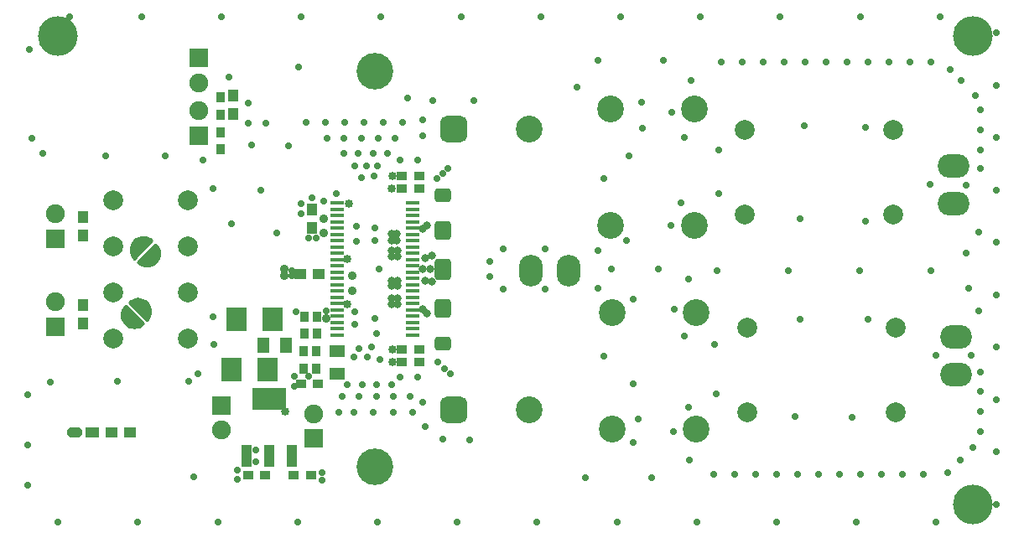
<source format=gts>
G04*
G04 #@! TF.GenerationSoftware,Altium Limited,Altium Designer,19.1.8 (144)*
G04*
G04 Layer_Color=8388736*
%FSLAX25Y25*%
%MOIN*%
G70*
G01*
G75*
%ADD10C,0.01000*%
%ADD18O,0.05512X0.01575*%
%ADD29C,0.04737*%
%ADD30R,0.05800X0.04300*%
G04:AMPARAMS|DCode=31|XSize=58mil|YSize=43mil|CornerRadius=0mil|HoleSize=0mil|Usage=FLASHONLY|Rotation=180.000|XOffset=0mil|YOffset=0mil|HoleType=Round|Shape=Octagon|*
%AMOCTAGOND31*
4,1,8,-0.02900,0.01075,-0.02900,-0.01075,-0.01825,-0.02150,0.01825,-0.02150,0.02900,-0.01075,0.02900,0.01075,0.01825,0.02150,-0.01825,0.02150,-0.02900,0.01075,0.0*
%
%ADD31OCTAGOND31*%

%ADD32R,0.03800X0.04300*%
%ADD33R,0.03950X0.04800*%
%ADD34R,0.04343X0.09068*%
%ADD35R,0.13398X0.09068*%
%ADD36R,0.04300X0.03800*%
%ADD37R,0.06300X0.04800*%
%ADD38R,0.04800X0.06300*%
%ADD39R,0.08300X0.09800*%
%ADD40R,0.04800X0.03950*%
G04:AMPARAMS|DCode=41|XSize=55.24mil|YSize=68mil|CornerRadius=15.81mil|HoleSize=0mil|Usage=FLASHONLY|Rotation=270.000|XOffset=0mil|YOffset=0mil|HoleType=Round|Shape=RoundedRectangle|*
%AMROUNDEDRECTD41*
21,1,0.05524,0.03638,0,0,270.0*
21,1,0.02362,0.06800,0,0,270.0*
1,1,0.03162,-0.01819,-0.01181*
1,1,0.03162,-0.01819,0.01181*
1,1,0.03162,0.01819,0.01181*
1,1,0.03162,0.01819,-0.01181*
%
%ADD41ROUNDEDRECTD41*%
%ADD42C,0.15761*%
%ADD43O,0.12611X0.09461*%
%ADD44C,0.07493*%
%ADD45R,0.07493X0.07493*%
%ADD46C,0.14580*%
%ADD47C,0.03162*%
%ADD48C,0.07887*%
%ADD49O,0.09461X0.12611*%
%ADD50C,0.10642*%
G04:AMPARAMS|DCode=51|XSize=106.42mil|YSize=106.42mil|CornerRadius=28.61mil|HoleSize=0mil|Usage=FLASHONLY|Rotation=270.000|XOffset=0mil|YOffset=0mil|HoleType=Round|Shape=RoundedRectangle|*
%AMROUNDEDRECTD51*
21,1,0.10642,0.04921,0,0,270.0*
21,1,0.04921,0.10642,0,0,270.0*
1,1,0.05721,-0.02461,-0.02461*
1,1,0.05721,-0.02461,0.02461*
1,1,0.05721,0.02461,0.02461*
1,1,0.05721,0.02461,-0.02461*
%
%ADD51ROUNDEDRECTD51*%
%ADD52C,0.02769*%
%ADD53C,0.03556*%
%ADD54C,0.03359*%
G36*
X52950Y-13964D02*
X53657Y-16086D01*
Y-17500D01*
X52950Y-19621D01*
X52243Y-20328D01*
X45172Y-13257D01*
X46939Y-12197D01*
X50475D01*
X52950Y-13964D01*
D02*
G37*
G36*
X50828Y-21743D02*
X50121Y-22450D01*
X48000Y-23157D01*
X46586D01*
X44464Y-22450D01*
X42697Y-19975D01*
Y-16439D01*
X43757Y-14672D01*
X50828Y-21743D01*
D02*
G37*
G36*
X54328Y11243D02*
X47257Y4172D01*
X46550Y4879D01*
X45843Y7000D01*
Y8414D01*
X46550Y10536D01*
X49025Y12303D01*
X52561D01*
X54328Y11243D01*
D02*
G37*
G36*
X56803Y8061D02*
Y4525D01*
X55036Y2050D01*
X52914Y1343D01*
X51500D01*
X49379Y2050D01*
X48672Y2757D01*
X55743Y9828D01*
X56803Y8061D01*
D02*
G37*
D10*
X54328Y11243D02*
X53571Y11864D01*
X52706Y12326D01*
X51768Y12611D01*
X50793Y12707D01*
X49817Y12611D01*
X48880Y12326D01*
X48015Y11864D01*
X47257Y11243D01*
X46635Y10485D01*
X46174Y9621D01*
X45889Y8683D01*
X45793Y7707D01*
X45889Y6732D01*
X46174Y5794D01*
X46635Y4929D01*
X47257Y4172D01*
X48672Y2757D02*
X49429Y2135D01*
X50294Y1674D01*
X51232Y1389D01*
X52207Y1293D01*
X53183Y1389D01*
X54120Y1674D01*
X54985Y2135D01*
X55743Y2757D01*
X56365Y3515D01*
X56827Y4380D01*
X57111Y5317D01*
X57207Y6293D01*
X57111Y7268D01*
X56827Y8206D01*
X56365Y9071D01*
X55743Y9828D01*
X43757Y-14672D02*
X43135Y-15429D01*
X42674Y-16294D01*
X42389Y-17232D01*
X42293Y-18207D01*
X42389Y-19183D01*
X42674Y-20121D01*
X43135Y-20985D01*
X43757Y-21743D01*
X44515Y-22365D01*
X45379Y-22827D01*
X46317Y-23111D01*
X47293Y-23207D01*
X48268Y-23111D01*
X49206Y-22827D01*
X50071Y-22365D01*
X50828Y-21743D01*
X52243Y-20328D02*
X52864Y-19571D01*
X53326Y-18706D01*
X53611Y-17768D01*
X53707Y-16793D01*
X53611Y-15817D01*
X53326Y-14879D01*
X52864Y-14015D01*
X52243Y-13257D01*
X51485Y-12636D01*
X50621Y-12173D01*
X49683Y-11889D01*
X48707Y-11793D01*
X47732Y-11889D01*
X46794Y-12173D01*
X45929Y-12636D01*
X45172Y-13257D01*
X47257Y4172D02*
X54328Y11243D01*
X48672Y2757D02*
X55743Y9828D01*
X43757Y-14672D02*
X50828Y-21743D01*
X45172Y-13257D02*
X52243Y-20328D01*
D18*
X158000Y26250D02*
D03*
Y23750D02*
D03*
Y21250D02*
D03*
Y18750D02*
D03*
Y16250D02*
D03*
Y13750D02*
D03*
Y11250D02*
D03*
Y8750D02*
D03*
Y6250D02*
D03*
Y3750D02*
D03*
Y1250D02*
D03*
Y-1250D02*
D03*
Y-3750D02*
D03*
Y-6250D02*
D03*
Y-8750D02*
D03*
Y-11250D02*
D03*
Y-13750D02*
D03*
Y-16250D02*
D03*
Y-18750D02*
D03*
Y-21250D02*
D03*
Y-23750D02*
D03*
Y-26250D02*
D03*
X128079D02*
D03*
Y-23750D02*
D03*
Y-21250D02*
D03*
Y-18750D02*
D03*
Y-16250D02*
D03*
Y-13750D02*
D03*
Y-11250D02*
D03*
Y-8750D02*
D03*
Y-6250D02*
D03*
Y-3750D02*
D03*
Y-1250D02*
D03*
Y1250D02*
D03*
Y3750D02*
D03*
Y6250D02*
D03*
Y8750D02*
D03*
Y11250D02*
D03*
Y13750D02*
D03*
Y16250D02*
D03*
Y18750D02*
D03*
Y21250D02*
D03*
Y23750D02*
D03*
Y26250D02*
D03*
D29*
X49025Y9475D02*
D03*
X53975Y4525D02*
D03*
X45525Y-19975D02*
D03*
X50475Y-15025D02*
D03*
D30*
X30500Y-65026D02*
D03*
D31*
X23499D02*
D03*
D32*
X81500Y54500D02*
D03*
Y47600D02*
D03*
Y61500D02*
D03*
Y68400D02*
D03*
X114500Y-39500D02*
D03*
Y-32600D02*
D03*
X119500Y-39500D02*
D03*
Y-32600D02*
D03*
X120000Y-18900D02*
D03*
Y-25800D02*
D03*
X115000Y-18900D02*
D03*
Y-25800D02*
D03*
D33*
X86500Y69150D02*
D03*
Y61850D02*
D03*
X118000Y23650D02*
D03*
Y16350D02*
D03*
X27000Y20650D02*
D03*
Y13350D02*
D03*
Y-14350D02*
D03*
Y-21650D02*
D03*
D34*
X91945Y-74221D02*
D03*
X101000D02*
D03*
X110055D02*
D03*
D35*
X101000Y-51780D02*
D03*
D36*
X117500Y-82000D02*
D03*
X110600D02*
D03*
X120400Y-45500D02*
D03*
X113500D02*
D03*
X99400Y-82000D02*
D03*
X92500D02*
D03*
X153600Y-32000D02*
D03*
X160500D02*
D03*
X153600Y-37000D02*
D03*
X160500D02*
D03*
X153600Y37000D02*
D03*
X160500D02*
D03*
X153600Y32000D02*
D03*
X160500D02*
D03*
D37*
X128000Y-32500D02*
D03*
Y-41500D02*
D03*
D38*
X98500Y-30250D02*
D03*
X107500D02*
D03*
D39*
X85914Y-39999D02*
D03*
X100087D02*
D03*
X87914Y-19999D02*
D03*
X102087D02*
D03*
D40*
X45650Y-65000D02*
D03*
X38350D02*
D03*
X113350Y-2000D02*
D03*
X120650D02*
D03*
D41*
X170000Y29500D02*
D03*
Y16500D02*
D03*
X170000Y1500D02*
D03*
Y14500D02*
D03*
X170000Y-1500D02*
D03*
Y-14500D02*
D03*
X170000Y-29500D02*
D03*
Y-16500D02*
D03*
D42*
X380500Y-93500D02*
D03*
Y92520D02*
D03*
X17000D02*
D03*
D43*
X373000Y26000D02*
D03*
Y41000D02*
D03*
X374045Y-42000D02*
D03*
Y-27000D02*
D03*
D44*
X16000Y22000D02*
D03*
Y-13000D02*
D03*
X73000Y74000D02*
D03*
X118500Y-57579D02*
D03*
X82000Y-64000D02*
D03*
X73000Y63000D02*
D03*
D45*
X16000Y12000D02*
D03*
Y-23000D02*
D03*
X73000Y84000D02*
D03*
X118500Y-67421D02*
D03*
X82000Y-54158D02*
D03*
X73000Y53000D02*
D03*
D46*
X143039Y78740D02*
D03*
Y-78740D02*
D03*
D47*
X165000Y0D02*
D03*
X162000D02*
D03*
X165500Y5500D02*
D03*
X163000Y4500D02*
D03*
X152000Y5000D02*
D03*
X149500D02*
D03*
X152000Y7500D02*
D03*
X149500D02*
D03*
X162000Y16000D02*
D03*
X163500Y17500D02*
D03*
X151500Y14000D02*
D03*
X149500D02*
D03*
X151500Y11500D02*
D03*
X149500D02*
D03*
X165500Y-5000D02*
D03*
X163000Y-4500D02*
D03*
X152000Y-6500D02*
D03*
X149500D02*
D03*
X152000Y-4500D02*
D03*
X149500D02*
D03*
X163500Y-17500D02*
D03*
X162000Y-16000D02*
D03*
X152000Y-14000D02*
D03*
X149500D02*
D03*
X152000Y-11500D02*
D03*
X149500D02*
D03*
D48*
X39000Y-27500D02*
D03*
X68528D02*
D03*
X39000Y-9167D02*
D03*
X68528D02*
D03*
X39000Y9167D02*
D03*
X68528D02*
D03*
X39000Y27500D02*
D03*
X68528D02*
D03*
X350027Y-57000D02*
D03*
X290972D02*
D03*
X350027Y-23333D02*
D03*
X290972D02*
D03*
X349027Y21833D02*
D03*
X289972D02*
D03*
X349027Y55500D02*
D03*
X289972D02*
D03*
D49*
X205000Y-500D02*
D03*
X220000D02*
D03*
D50*
X236535Y63728D02*
D03*
X270000D02*
D03*
X236535Y17272D02*
D03*
X270000D02*
D03*
X237268Y-17272D02*
D03*
X270732D02*
D03*
X237268Y-63728D02*
D03*
X270732D02*
D03*
X204111Y55811D02*
D03*
Y-56111D02*
D03*
D51*
X174189Y55811D02*
D03*
Y-56111D02*
D03*
D52*
X88400Y-83500D02*
D03*
Y-80000D02*
D03*
X121900Y-84000D02*
D03*
Y-81000D02*
D03*
X112500Y80500D02*
D03*
X231500Y83000D02*
D03*
X253000Y-83000D02*
D03*
X226500D02*
D03*
X83500Y-37000D02*
D03*
Y-43000D02*
D03*
X128500Y-57000D02*
D03*
X162000Y-53000D02*
D03*
X157800Y-57000D02*
D03*
X136750Y-50500D02*
D03*
X157000D02*
D03*
X150250D02*
D03*
X142400Y-57000D02*
D03*
X143500Y-50500D02*
D03*
X150100Y-57000D02*
D03*
X134700D02*
D03*
X130000Y-50500D02*
D03*
X71000Y-82500D02*
D03*
X132000Y-46000D02*
D03*
X141500Y-31000D02*
D03*
X145000Y-36000D02*
D03*
X136500Y-31500D02*
D03*
X143667Y-46000D02*
D03*
X140000Y-35000D02*
D03*
X149500Y-46000D02*
D03*
X137833D02*
D03*
X134500Y-35000D02*
D03*
X151000Y52000D02*
D03*
X146300Y58500D02*
D03*
X130900D02*
D03*
X144000Y41000D02*
D03*
X137500Y52000D02*
D03*
X138600Y58500D02*
D03*
X130750Y52000D02*
D03*
X124000D02*
D03*
X144250D02*
D03*
X154000Y58500D02*
D03*
X123200D02*
D03*
X142167Y46000D02*
D03*
X130500D02*
D03*
X156000Y68000D02*
D03*
X148000Y46000D02*
D03*
X139500Y41000D02*
D03*
X136333Y46000D02*
D03*
X142500Y37000D02*
D03*
X115500Y58500D02*
D03*
X135000Y41000D02*
D03*
X137500Y36500D02*
D03*
X92500Y66000D02*
D03*
X85000Y76500D02*
D03*
X92500Y58000D02*
D03*
X94000Y49500D02*
D03*
X108500Y49000D02*
D03*
X113500Y22000D02*
D03*
Y26000D02*
D03*
X118000Y28500D02*
D03*
X122500Y27000D02*
D03*
X127500Y30000D02*
D03*
X99500Y58000D02*
D03*
X110000Y-500D02*
D03*
X338000Y56500D02*
D03*
Y19000D02*
D03*
X339000Y-20000D02*
D03*
X332500Y-59000D02*
D03*
X279500Y30000D02*
D03*
Y47500D02*
D03*
X278500Y-49500D02*
D03*
X278000Y-30000D02*
D03*
X21500Y100500D02*
D03*
X69000Y-44500D02*
D03*
X40500D02*
D03*
X14000Y-45000D02*
D03*
X5000Y-70000D02*
D03*
X180500Y-68000D02*
D03*
X170000Y-67500D02*
D03*
X163000Y-62500D02*
D03*
X249364Y56000D02*
D03*
X248864Y66500D02*
D03*
X223364Y72500D02*
D03*
X182364Y67000D02*
D03*
X161864Y53000D02*
D03*
Y59500D02*
D03*
X165864Y67000D02*
D03*
X97500Y31500D02*
D03*
X11000Y46000D02*
D03*
X255500Y0D02*
D03*
X237000D02*
D03*
X268500Y75000D02*
D03*
X261000Y62500D02*
D03*
X266000Y52500D02*
D03*
X264500Y26500D02*
D03*
X260500Y17500D02*
D03*
X267500Y-4000D02*
D03*
X262000Y-16000D02*
D03*
X266000Y-26500D02*
D03*
X267500Y-55000D02*
D03*
X261500Y-64500D02*
D03*
X268000Y-76000D02*
D03*
X245500Y-69000D02*
D03*
X247500Y-59500D02*
D03*
X245500Y-45500D02*
D03*
Y-12000D02*
D03*
X243000Y11500D02*
D03*
X244000Y45000D02*
D03*
X257500Y83000D02*
D03*
X234000Y36000D02*
D03*
Y-34500D02*
D03*
X310000Y-58500D02*
D03*
X312000Y-20000D02*
D03*
Y20000D02*
D03*
X313500Y57000D02*
D03*
X383500Y-41000D02*
D03*
Y-48500D02*
D03*
Y-56500D02*
D03*
Y-64500D02*
D03*
X380500Y-71000D02*
D03*
X375500Y-76000D02*
D03*
X370500Y-81000D02*
D03*
X383500Y40000D02*
D03*
Y47500D02*
D03*
Y55500D02*
D03*
Y63500D02*
D03*
X381500Y69000D02*
D03*
X376000Y75000D02*
D03*
X371500Y79500D02*
D03*
X361000Y-81500D02*
D03*
X352650D02*
D03*
X344300D02*
D03*
X335950D02*
D03*
X277500D02*
D03*
X285850D02*
D03*
X294200D02*
D03*
X302550D02*
D03*
X310900D02*
D03*
X319250D02*
D03*
X327600D02*
D03*
X364000Y82500D02*
D03*
X355650D02*
D03*
X347300D02*
D03*
X338950D02*
D03*
X280500D02*
D03*
X288850D02*
D03*
X297200D02*
D03*
X305550D02*
D03*
X313900D02*
D03*
X322250D02*
D03*
X330600D02*
D03*
X378000Y33333D02*
D03*
X363500Y33833D02*
D03*
X380000Y-34167D02*
D03*
X366000D02*
D03*
X383000Y14833D02*
D03*
Y-16667D02*
D03*
X379000Y-7667D02*
D03*
X378000Y6333D02*
D03*
X390000Y-93500D02*
D03*
Y-72667D02*
D03*
Y-51833D02*
D03*
Y-31000D02*
D03*
Y-10167D02*
D03*
Y31500D02*
D03*
Y10667D02*
D03*
Y52333D02*
D03*
Y73167D02*
D03*
Y94000D02*
D03*
X78500Y32000D02*
D03*
X104000Y14500D02*
D03*
X86000Y18000D02*
D03*
X74500Y43500D02*
D03*
X59500Y45000D02*
D03*
X36000D02*
D03*
X79000Y-30000D02*
D03*
X78500Y-19000D02*
D03*
X72500Y-41500D02*
D03*
X5000Y-86000D02*
D03*
Y-50000D02*
D03*
X6500Y52000D02*
D03*
X5500Y87500D02*
D03*
X17000Y-100500D02*
D03*
X48727D02*
D03*
X80454D02*
D03*
X112182D02*
D03*
X143909D02*
D03*
X175636D02*
D03*
X207364D02*
D03*
X239091D02*
D03*
X270818D02*
D03*
X302545D02*
D03*
X334273D02*
D03*
X366000D02*
D03*
X50227Y100500D02*
D03*
X81954D02*
D03*
X113682D02*
D03*
X145409D02*
D03*
X177136D02*
D03*
X208864D02*
D03*
X240591D02*
D03*
X272318D02*
D03*
X304045D02*
D03*
X335773D02*
D03*
X367500D02*
D03*
X231500Y7500D02*
D03*
Y-7500D02*
D03*
X143000Y11500D02*
D03*
Y16500D02*
D03*
X143500Y-25500D02*
D03*
X143000Y-19500D02*
D03*
X144500Y0D02*
D03*
X364000Y-500D02*
D03*
X335667D02*
D03*
X307333D02*
D03*
X279000D02*
D03*
X210500Y-8000D02*
D03*
Y8000D02*
D03*
X160000Y-43000D02*
D03*
X153000D02*
D03*
X160000Y43500D02*
D03*
X153000D02*
D03*
X188500Y-3000D02*
D03*
Y3000D02*
D03*
X194000Y-8000D02*
D03*
Y8000D02*
D03*
X135500Y11000D02*
D03*
Y17000D02*
D03*
X135000Y-17000D02*
D03*
Y-22000D02*
D03*
X123500Y-16500D02*
D03*
X111500Y-17000D02*
D03*
X119500Y12500D02*
D03*
X116500D02*
D03*
X110000Y-2500D02*
D03*
X173000Y-41500D02*
D03*
X170500Y-39500D02*
D03*
X168000Y-37000D02*
D03*
X170000Y38000D02*
D03*
X172000Y40000D02*
D03*
X167500Y36000D02*
D03*
X95500Y-76500D02*
D03*
Y-72000D02*
D03*
X116500Y-42500D02*
D03*
X111000D02*
D03*
Y-46500D02*
D03*
X85500Y-23000D02*
D03*
Y-20000D02*
D03*
Y-17000D02*
D03*
X83500Y-40000D02*
D03*
D53*
X122500Y14500D02*
D03*
X123500Y-19500D02*
D03*
X122500Y20000D02*
D03*
X134000Y-8500D02*
D03*
Y-2500D02*
D03*
X107000D02*
D03*
Y0D02*
D03*
D54*
X132000Y-14000D02*
D03*
Y4000D02*
D03*
X107250Y-56750D02*
D03*
X132500Y26000D02*
D03*
X150000Y-32000D02*
D03*
X149500Y32000D02*
D03*
X150000Y37000D02*
D03*
Y-37000D02*
D03*
M02*

</source>
